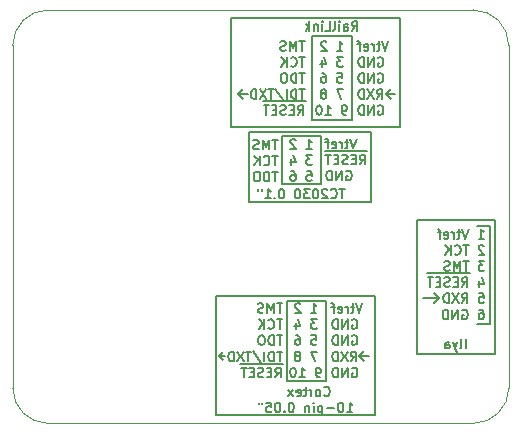
<source format=gbr>
G04 #@! TF.GenerationSoftware,KiCad,Pcbnew,5.1.4+dfsg1-1*
G04 #@! TF.CreationDate,2020-04-28T18:32:34+04:00*
G04 #@! TF.ProjectId,RailLink_Adapter,5261696c-4c69-46e6-9b5f-416461707465,rev?*
G04 #@! TF.SameCoordinates,Original*
G04 #@! TF.FileFunction,Legend,Bot*
G04 #@! TF.FilePolarity,Positive*
%FSLAX46Y46*%
G04 Gerber Fmt 4.6, Leading zero omitted, Abs format (unit mm)*
G04 Created by KiCad (PCBNEW 5.1.4+dfsg1-1) date 2020-04-28 18:32:34*
%MOMM*%
%LPD*%
G04 APERTURE LIST*
%ADD10C,0.160000*%
%ADD11C,0.050000*%
%ADD12O,1.802000X1.802000*%
%ADD13R,1.802000X1.802000*%
%ADD14O,2.052000X1.802000*%
%ADD15C,0.100000*%
%ADD16C,1.802000*%
%ADD17O,1.829200X1.829200*%
%ADD18R,1.829200X1.829200*%
G04 APERTURE END LIST*
D10*
X127500000Y-84300000D02*
X127800000Y-84600000D01*
X127500000Y-84300000D02*
X127800000Y-84000000D01*
X128000000Y-84300000D02*
X127500000Y-84300000D01*
X128500000Y-64900000D02*
X128500000Y-55700000D01*
X142800000Y-64900000D02*
X128500000Y-64900000D01*
X142800000Y-55700000D02*
X142800000Y-64900000D01*
X128500000Y-55700000D02*
X142800000Y-55700000D01*
X129900000Y-62100000D02*
X129100000Y-62100000D01*
X129100000Y-62100000D02*
X129500000Y-61700000D01*
X129100000Y-62100000D02*
X129500000Y-62500000D01*
X141600000Y-62100000D02*
X142000000Y-62500000D01*
X141600000Y-62100000D02*
X142000000Y-61700000D01*
X141600000Y-62100000D02*
X142400000Y-62100000D01*
X138714285Y-56761904D02*
X138980952Y-56380952D01*
X139171428Y-56761904D02*
X139171428Y-55961904D01*
X138866666Y-55961904D01*
X138790476Y-56000000D01*
X138752380Y-56038095D01*
X138714285Y-56114285D01*
X138714285Y-56228571D01*
X138752380Y-56304761D01*
X138790476Y-56342857D01*
X138866666Y-56380952D01*
X139171428Y-56380952D01*
X138028571Y-56761904D02*
X138028571Y-56342857D01*
X138066666Y-56266666D01*
X138142857Y-56228571D01*
X138295238Y-56228571D01*
X138371428Y-56266666D01*
X138028571Y-56723809D02*
X138104761Y-56761904D01*
X138295238Y-56761904D01*
X138371428Y-56723809D01*
X138409523Y-56647619D01*
X138409523Y-56571428D01*
X138371428Y-56495238D01*
X138295238Y-56457142D01*
X138104761Y-56457142D01*
X138028571Y-56419047D01*
X137647619Y-56761904D02*
X137647619Y-56228571D01*
X137647619Y-55961904D02*
X137685714Y-56000000D01*
X137647619Y-56038095D01*
X137609523Y-56000000D01*
X137647619Y-55961904D01*
X137647619Y-56038095D01*
X137152380Y-56761904D02*
X137228571Y-56723809D01*
X137266666Y-56647619D01*
X137266666Y-55961904D01*
X136466666Y-56761904D02*
X136847619Y-56761904D01*
X136847619Y-55961904D01*
X136200000Y-56761904D02*
X136200000Y-56228571D01*
X136200000Y-55961904D02*
X136238095Y-56000000D01*
X136200000Y-56038095D01*
X136161904Y-56000000D01*
X136200000Y-55961904D01*
X136200000Y-56038095D01*
X135819047Y-56228571D02*
X135819047Y-56761904D01*
X135819047Y-56304761D02*
X135780952Y-56266666D01*
X135704761Y-56228571D01*
X135590476Y-56228571D01*
X135514285Y-56266666D01*
X135476190Y-56342857D01*
X135476190Y-56761904D01*
X135095238Y-56761904D02*
X135095238Y-55961904D01*
X135019047Y-56457142D02*
X134790476Y-56761904D01*
X134790476Y-56228571D02*
X135095238Y-56533333D01*
X135300000Y-64300000D02*
X135300000Y-57200000D01*
X138700000Y-64300000D02*
X135300000Y-64300000D01*
X138700000Y-57200000D02*
X138700000Y-64300000D01*
X135300000Y-57200000D02*
X138700000Y-57200000D01*
X134719809Y-57641904D02*
X134262666Y-57641904D01*
X134491238Y-58441904D02*
X134491238Y-57641904D01*
X133996000Y-58441904D02*
X133996000Y-57641904D01*
X133729333Y-58213333D01*
X133462666Y-57641904D01*
X133462666Y-58441904D01*
X133119809Y-58403809D02*
X133005523Y-58441904D01*
X132815047Y-58441904D01*
X132738857Y-58403809D01*
X132700761Y-58365714D01*
X132662666Y-58289523D01*
X132662666Y-58213333D01*
X132700761Y-58137142D01*
X132738857Y-58099047D01*
X132815047Y-58060952D01*
X132967428Y-58022857D01*
X133043619Y-57984761D01*
X133081714Y-57946666D01*
X133119809Y-57870476D01*
X133119809Y-57794285D01*
X133081714Y-57718095D01*
X133043619Y-57680000D01*
X132967428Y-57641904D01*
X132776952Y-57641904D01*
X132662666Y-57680000D01*
X134719809Y-59001904D02*
X134262666Y-59001904D01*
X134491238Y-59801904D02*
X134491238Y-59001904D01*
X133538857Y-59725714D02*
X133576952Y-59763809D01*
X133691238Y-59801904D01*
X133767428Y-59801904D01*
X133881714Y-59763809D01*
X133957904Y-59687619D01*
X133996000Y-59611428D01*
X134034095Y-59459047D01*
X134034095Y-59344761D01*
X133996000Y-59192380D01*
X133957904Y-59116190D01*
X133881714Y-59040000D01*
X133767428Y-59001904D01*
X133691238Y-59001904D01*
X133576952Y-59040000D01*
X133538857Y-59078095D01*
X133196000Y-59801904D02*
X133196000Y-59001904D01*
X132738857Y-59801904D02*
X133081714Y-59344761D01*
X132738857Y-59001904D02*
X133196000Y-59459047D01*
X134719809Y-60361904D02*
X134262666Y-60361904D01*
X134491238Y-61161904D02*
X134491238Y-60361904D01*
X133996000Y-61161904D02*
X133996000Y-60361904D01*
X133805523Y-60361904D01*
X133691238Y-60400000D01*
X133615047Y-60476190D01*
X133576952Y-60552380D01*
X133538857Y-60704761D01*
X133538857Y-60819047D01*
X133576952Y-60971428D01*
X133615047Y-61047619D01*
X133691238Y-61123809D01*
X133805523Y-61161904D01*
X133996000Y-61161904D01*
X133043619Y-60361904D02*
X132891238Y-60361904D01*
X132815047Y-60400000D01*
X132738857Y-60476190D01*
X132700761Y-60628571D01*
X132700761Y-60895238D01*
X132738857Y-61047619D01*
X132815047Y-61123809D01*
X132891238Y-61161904D01*
X133043619Y-61161904D01*
X133119809Y-61123809D01*
X133196000Y-61047619D01*
X133234095Y-60895238D01*
X133234095Y-60628571D01*
X133196000Y-60476190D01*
X133119809Y-60400000D01*
X133043619Y-60361904D01*
X134719809Y-61721904D02*
X134262666Y-61721904D01*
X134491238Y-62521904D02*
X134491238Y-61721904D01*
X133996000Y-62521904D02*
X133996000Y-61721904D01*
X133805523Y-61721904D01*
X133691238Y-61760000D01*
X133615047Y-61836190D01*
X133576952Y-61912380D01*
X133538857Y-62064761D01*
X133538857Y-62179047D01*
X133576952Y-62331428D01*
X133615047Y-62407619D01*
X133691238Y-62483809D01*
X133805523Y-62521904D01*
X133996000Y-62521904D01*
X133196000Y-62521904D02*
X133196000Y-61721904D01*
X132243619Y-61683809D02*
X132929333Y-62712380D01*
X132091238Y-61721904D02*
X131634095Y-61721904D01*
X131862666Y-62521904D02*
X131862666Y-61721904D01*
X131443619Y-61721904D02*
X130910285Y-62521904D01*
X130910285Y-61721904D02*
X131443619Y-62521904D01*
X130605523Y-62521904D02*
X130605523Y-61721904D01*
X130415047Y-61721904D01*
X130300761Y-61760000D01*
X130224571Y-61836190D01*
X130186476Y-61912380D01*
X130148380Y-62064761D01*
X130148380Y-62179047D01*
X130186476Y-62331428D01*
X130224571Y-62407619D01*
X130300761Y-62483809D01*
X130415047Y-62521904D01*
X130605523Y-62521904D01*
X134796000Y-62736000D02*
X133996000Y-62736000D01*
X134148380Y-63881904D02*
X134415047Y-63500952D01*
X134605523Y-63881904D02*
X134605523Y-63081904D01*
X134300761Y-63081904D01*
X134224571Y-63120000D01*
X134186476Y-63158095D01*
X134148380Y-63234285D01*
X134148380Y-63348571D01*
X134186476Y-63424761D01*
X134224571Y-63462857D01*
X134300761Y-63500952D01*
X134605523Y-63500952D01*
X133996000Y-62736000D02*
X133272190Y-62736000D01*
X133805523Y-63462857D02*
X133538857Y-63462857D01*
X133424571Y-63881904D02*
X133805523Y-63881904D01*
X133805523Y-63081904D01*
X133424571Y-63081904D01*
X133272190Y-62736000D02*
X132510285Y-62736000D01*
X133119809Y-63843809D02*
X133005523Y-63881904D01*
X132815047Y-63881904D01*
X132738857Y-63843809D01*
X132700761Y-63805714D01*
X132662666Y-63729523D01*
X132662666Y-63653333D01*
X132700761Y-63577142D01*
X132738857Y-63539047D01*
X132815047Y-63500952D01*
X132967428Y-63462857D01*
X133043619Y-63424761D01*
X133081714Y-63386666D01*
X133119809Y-63310476D01*
X133119809Y-63234285D01*
X133081714Y-63158095D01*
X133043619Y-63120000D01*
X132967428Y-63081904D01*
X132776952Y-63081904D01*
X132662666Y-63120000D01*
X132510285Y-62736000D02*
X131786476Y-62736000D01*
X132319809Y-63462857D02*
X132053142Y-63462857D01*
X131938857Y-63881904D02*
X132319809Y-63881904D01*
X132319809Y-63081904D01*
X131938857Y-63081904D01*
X131786476Y-62736000D02*
X131176952Y-62736000D01*
X131710285Y-63081904D02*
X131253142Y-63081904D01*
X131481714Y-63881904D02*
X131481714Y-63081904D01*
X141808761Y-57641904D02*
X141542095Y-58441904D01*
X141275428Y-57641904D01*
X141123047Y-57908571D02*
X140818285Y-57908571D01*
X141008761Y-57641904D02*
X141008761Y-58327619D01*
X140970666Y-58403809D01*
X140894476Y-58441904D01*
X140818285Y-58441904D01*
X140551619Y-58441904D02*
X140551619Y-57908571D01*
X140551619Y-58060952D02*
X140513523Y-57984761D01*
X140475428Y-57946666D01*
X140399238Y-57908571D01*
X140323047Y-57908571D01*
X139751619Y-58403809D02*
X139827809Y-58441904D01*
X139980190Y-58441904D01*
X140056380Y-58403809D01*
X140094476Y-58327619D01*
X140094476Y-58022857D01*
X140056380Y-57946666D01*
X139980190Y-57908571D01*
X139827809Y-57908571D01*
X139751619Y-57946666D01*
X139713523Y-58022857D01*
X139713523Y-58099047D01*
X140094476Y-58175238D01*
X139484952Y-57908571D02*
X139180190Y-57908571D01*
X139370666Y-58441904D02*
X139370666Y-57756190D01*
X139332571Y-57680000D01*
X139256380Y-57641904D01*
X139180190Y-57641904D01*
X140932571Y-59040000D02*
X141008761Y-59001904D01*
X141123047Y-59001904D01*
X141237333Y-59040000D01*
X141313523Y-59116190D01*
X141351619Y-59192380D01*
X141389714Y-59344761D01*
X141389714Y-59459047D01*
X141351619Y-59611428D01*
X141313523Y-59687619D01*
X141237333Y-59763809D01*
X141123047Y-59801904D01*
X141046857Y-59801904D01*
X140932571Y-59763809D01*
X140894476Y-59725714D01*
X140894476Y-59459047D01*
X141046857Y-59459047D01*
X140551619Y-59801904D02*
X140551619Y-59001904D01*
X140094476Y-59801904D01*
X140094476Y-59001904D01*
X139713523Y-59801904D02*
X139713523Y-59001904D01*
X139523047Y-59001904D01*
X139408761Y-59040000D01*
X139332571Y-59116190D01*
X139294476Y-59192380D01*
X139256380Y-59344761D01*
X139256380Y-59459047D01*
X139294476Y-59611428D01*
X139332571Y-59687619D01*
X139408761Y-59763809D01*
X139523047Y-59801904D01*
X139713523Y-59801904D01*
X140932571Y-60400000D02*
X141008761Y-60361904D01*
X141123047Y-60361904D01*
X141237333Y-60400000D01*
X141313523Y-60476190D01*
X141351619Y-60552380D01*
X141389714Y-60704761D01*
X141389714Y-60819047D01*
X141351619Y-60971428D01*
X141313523Y-61047619D01*
X141237333Y-61123809D01*
X141123047Y-61161904D01*
X141046857Y-61161904D01*
X140932571Y-61123809D01*
X140894476Y-61085714D01*
X140894476Y-60819047D01*
X141046857Y-60819047D01*
X140551619Y-61161904D02*
X140551619Y-60361904D01*
X140094476Y-61161904D01*
X140094476Y-60361904D01*
X139713523Y-61161904D02*
X139713523Y-60361904D01*
X139523047Y-60361904D01*
X139408761Y-60400000D01*
X139332571Y-60476190D01*
X139294476Y-60552380D01*
X139256380Y-60704761D01*
X139256380Y-60819047D01*
X139294476Y-60971428D01*
X139332571Y-61047619D01*
X139408761Y-61123809D01*
X139523047Y-61161904D01*
X139713523Y-61161904D01*
X140818285Y-62521904D02*
X141084952Y-62140952D01*
X141275428Y-62521904D02*
X141275428Y-61721904D01*
X140970666Y-61721904D01*
X140894476Y-61760000D01*
X140856380Y-61798095D01*
X140818285Y-61874285D01*
X140818285Y-61988571D01*
X140856380Y-62064761D01*
X140894476Y-62102857D01*
X140970666Y-62140952D01*
X141275428Y-62140952D01*
X140551619Y-61721904D02*
X140018285Y-62521904D01*
X140018285Y-61721904D02*
X140551619Y-62521904D01*
X139713523Y-62521904D02*
X139713523Y-61721904D01*
X139523047Y-61721904D01*
X139408761Y-61760000D01*
X139332571Y-61836190D01*
X139294476Y-61912380D01*
X139256380Y-62064761D01*
X139256380Y-62179047D01*
X139294476Y-62331428D01*
X139332571Y-62407619D01*
X139408761Y-62483809D01*
X139523047Y-62521904D01*
X139713523Y-62521904D01*
X140932571Y-63120000D02*
X141008761Y-63081904D01*
X141123047Y-63081904D01*
X141237333Y-63120000D01*
X141313523Y-63196190D01*
X141351619Y-63272380D01*
X141389714Y-63424761D01*
X141389714Y-63539047D01*
X141351619Y-63691428D01*
X141313523Y-63767619D01*
X141237333Y-63843809D01*
X141123047Y-63881904D01*
X141046857Y-63881904D01*
X140932571Y-63843809D01*
X140894476Y-63805714D01*
X140894476Y-63539047D01*
X141046857Y-63539047D01*
X140551619Y-63881904D02*
X140551619Y-63081904D01*
X140094476Y-63881904D01*
X140094476Y-63081904D01*
X139713523Y-63881904D02*
X139713523Y-63081904D01*
X139523047Y-63081904D01*
X139408761Y-63120000D01*
X139332571Y-63196190D01*
X139294476Y-63272380D01*
X139256380Y-63424761D01*
X139256380Y-63539047D01*
X139294476Y-63691428D01*
X139332571Y-63767619D01*
X139408761Y-63843809D01*
X139523047Y-63881904D01*
X139713523Y-63881904D01*
X137457142Y-58441904D02*
X137914285Y-58441904D01*
X137685714Y-58441904D02*
X137685714Y-57641904D01*
X137761904Y-57756190D01*
X137838095Y-57832380D01*
X137914285Y-57870476D01*
X136542857Y-57718095D02*
X136504761Y-57680000D01*
X136428571Y-57641904D01*
X136238095Y-57641904D01*
X136161904Y-57680000D01*
X136123809Y-57718095D01*
X136085714Y-57794285D01*
X136085714Y-57870476D01*
X136123809Y-57984761D01*
X136580952Y-58441904D01*
X136085714Y-58441904D01*
X137952380Y-59001904D02*
X137457142Y-59001904D01*
X137723809Y-59306666D01*
X137609523Y-59306666D01*
X137533333Y-59344761D01*
X137495238Y-59382857D01*
X137457142Y-59459047D01*
X137457142Y-59649523D01*
X137495238Y-59725714D01*
X137533333Y-59763809D01*
X137609523Y-59801904D01*
X137838095Y-59801904D01*
X137914285Y-59763809D01*
X137952380Y-59725714D01*
X136161904Y-59268571D02*
X136161904Y-59801904D01*
X136352380Y-58963809D02*
X136542857Y-59535238D01*
X136047619Y-59535238D01*
X137495238Y-60361904D02*
X137876190Y-60361904D01*
X137914285Y-60742857D01*
X137876190Y-60704761D01*
X137800000Y-60666666D01*
X137609523Y-60666666D01*
X137533333Y-60704761D01*
X137495238Y-60742857D01*
X137457142Y-60819047D01*
X137457142Y-61009523D01*
X137495238Y-61085714D01*
X137533333Y-61123809D01*
X137609523Y-61161904D01*
X137800000Y-61161904D01*
X137876190Y-61123809D01*
X137914285Y-61085714D01*
X136161904Y-60361904D02*
X136314285Y-60361904D01*
X136390476Y-60400000D01*
X136428571Y-60438095D01*
X136504761Y-60552380D01*
X136542857Y-60704761D01*
X136542857Y-61009523D01*
X136504761Y-61085714D01*
X136466666Y-61123809D01*
X136390476Y-61161904D01*
X136238095Y-61161904D01*
X136161904Y-61123809D01*
X136123809Y-61085714D01*
X136085714Y-61009523D01*
X136085714Y-60819047D01*
X136123809Y-60742857D01*
X136161904Y-60704761D01*
X136238095Y-60666666D01*
X136390476Y-60666666D01*
X136466666Y-60704761D01*
X136504761Y-60742857D01*
X136542857Y-60819047D01*
X137952380Y-61721904D02*
X137419047Y-61721904D01*
X137761904Y-62521904D01*
X136390476Y-62064761D02*
X136466666Y-62026666D01*
X136504761Y-61988571D01*
X136542857Y-61912380D01*
X136542857Y-61874285D01*
X136504761Y-61798095D01*
X136466666Y-61760000D01*
X136390476Y-61721904D01*
X136238095Y-61721904D01*
X136161904Y-61760000D01*
X136123809Y-61798095D01*
X136085714Y-61874285D01*
X136085714Y-61912380D01*
X136123809Y-61988571D01*
X136161904Y-62026666D01*
X136238095Y-62064761D01*
X136390476Y-62064761D01*
X136466666Y-62102857D01*
X136504761Y-62140952D01*
X136542857Y-62217142D01*
X136542857Y-62369523D01*
X136504761Y-62445714D01*
X136466666Y-62483809D01*
X136390476Y-62521904D01*
X136238095Y-62521904D01*
X136161904Y-62483809D01*
X136123809Y-62445714D01*
X136085714Y-62369523D01*
X136085714Y-62217142D01*
X136123809Y-62140952D01*
X136161904Y-62102857D01*
X136238095Y-62064761D01*
X138219047Y-63881904D02*
X138066666Y-63881904D01*
X137990476Y-63843809D01*
X137952380Y-63805714D01*
X137876190Y-63691428D01*
X137838095Y-63539047D01*
X137838095Y-63234285D01*
X137876190Y-63158095D01*
X137914285Y-63120000D01*
X137990476Y-63081904D01*
X138142857Y-63081904D01*
X138219047Y-63120000D01*
X138257142Y-63158095D01*
X138295238Y-63234285D01*
X138295238Y-63424761D01*
X138257142Y-63500952D01*
X138219047Y-63539047D01*
X138142857Y-63577142D01*
X137990476Y-63577142D01*
X137914285Y-63539047D01*
X137876190Y-63500952D01*
X137838095Y-63424761D01*
X136466666Y-63881904D02*
X136923809Y-63881904D01*
X136695238Y-63881904D02*
X136695238Y-63081904D01*
X136771428Y-63196190D01*
X136847619Y-63272380D01*
X136923809Y-63310476D01*
X135971428Y-63081904D02*
X135895238Y-63081904D01*
X135819047Y-63120000D01*
X135780952Y-63158095D01*
X135742857Y-63234285D01*
X135704761Y-63386666D01*
X135704761Y-63577142D01*
X135742857Y-63729523D01*
X135780952Y-63805714D01*
X135819047Y-63843809D01*
X135895238Y-63881904D01*
X135971428Y-63881904D01*
X136047619Y-63843809D01*
X136085714Y-63805714D01*
X136123809Y-63729523D01*
X136161904Y-63577142D01*
X136161904Y-63386666D01*
X136123809Y-63234285D01*
X136085714Y-63158095D01*
X136047619Y-63120000D01*
X135971428Y-63081904D01*
X130000000Y-71300000D02*
X130000000Y-65300000D01*
X132419809Y-66001904D02*
X131962666Y-66001904D01*
X132191238Y-66801904D02*
X132191238Y-66001904D01*
X131696000Y-66801904D02*
X131696000Y-66001904D01*
X131429333Y-66573333D01*
X131162666Y-66001904D01*
X131162666Y-66801904D01*
X130819809Y-66763809D02*
X130705523Y-66801904D01*
X130515047Y-66801904D01*
X130438857Y-66763809D01*
X130400761Y-66725714D01*
X130362666Y-66649523D01*
X130362666Y-66573333D01*
X130400761Y-66497142D01*
X130438857Y-66459047D01*
X130515047Y-66420952D01*
X130667428Y-66382857D01*
X130743619Y-66344761D01*
X130781714Y-66306666D01*
X130819809Y-66230476D01*
X130819809Y-66154285D01*
X130781714Y-66078095D01*
X130743619Y-66040000D01*
X130667428Y-66001904D01*
X130476952Y-66001904D01*
X130362666Y-66040000D01*
X132419809Y-67361904D02*
X131962666Y-67361904D01*
X132191238Y-68161904D02*
X132191238Y-67361904D01*
X131238857Y-68085714D02*
X131276952Y-68123809D01*
X131391238Y-68161904D01*
X131467428Y-68161904D01*
X131581714Y-68123809D01*
X131657904Y-68047619D01*
X131696000Y-67971428D01*
X131734095Y-67819047D01*
X131734095Y-67704761D01*
X131696000Y-67552380D01*
X131657904Y-67476190D01*
X131581714Y-67400000D01*
X131467428Y-67361904D01*
X131391238Y-67361904D01*
X131276952Y-67400000D01*
X131238857Y-67438095D01*
X130896000Y-68161904D02*
X130896000Y-67361904D01*
X130438857Y-68161904D02*
X130781714Y-67704761D01*
X130438857Y-67361904D02*
X130896000Y-67819047D01*
X132419809Y-68721904D02*
X131962666Y-68721904D01*
X132191238Y-69521904D02*
X132191238Y-68721904D01*
X131696000Y-69521904D02*
X131696000Y-68721904D01*
X131505523Y-68721904D01*
X131391238Y-68760000D01*
X131315047Y-68836190D01*
X131276952Y-68912380D01*
X131238857Y-69064761D01*
X131238857Y-69179047D01*
X131276952Y-69331428D01*
X131315047Y-69407619D01*
X131391238Y-69483809D01*
X131505523Y-69521904D01*
X131696000Y-69521904D01*
X130743619Y-68721904D02*
X130591238Y-68721904D01*
X130515047Y-68760000D01*
X130438857Y-68836190D01*
X130400761Y-68988571D01*
X130400761Y-69255238D01*
X130438857Y-69407619D01*
X130515047Y-69483809D01*
X130591238Y-69521904D01*
X130743619Y-69521904D01*
X130819809Y-69483809D01*
X130896000Y-69407619D01*
X130934095Y-69255238D01*
X130934095Y-68988571D01*
X130896000Y-68836190D01*
X130819809Y-68760000D01*
X130743619Y-68721904D01*
X132800000Y-69750000D02*
X136100000Y-69750000D01*
X139108761Y-65901904D02*
X138842095Y-66701904D01*
X138575428Y-65901904D01*
X138423047Y-66168571D02*
X138118285Y-66168571D01*
X138308761Y-65901904D02*
X138308761Y-66587619D01*
X138270666Y-66663809D01*
X138194476Y-66701904D01*
X138118285Y-66701904D01*
X137851619Y-66701904D02*
X137851619Y-66168571D01*
X137851619Y-66320952D02*
X137813523Y-66244761D01*
X137775428Y-66206666D01*
X137699238Y-66168571D01*
X137623047Y-66168571D01*
X137051619Y-66663809D02*
X137127809Y-66701904D01*
X137280190Y-66701904D01*
X137356380Y-66663809D01*
X137394476Y-66587619D01*
X137394476Y-66282857D01*
X137356380Y-66206666D01*
X137280190Y-66168571D01*
X137127809Y-66168571D01*
X137051619Y-66206666D01*
X137013523Y-66282857D01*
X137013523Y-66359047D01*
X137394476Y-66435238D01*
X136784952Y-66168571D02*
X136480190Y-66168571D01*
X136670666Y-66701904D02*
X136670666Y-66016190D01*
X136632571Y-65940000D01*
X136556380Y-65901904D01*
X136480190Y-65901904D01*
X140023047Y-66916000D02*
X139223047Y-66916000D01*
X139375428Y-68061904D02*
X139642095Y-67680952D01*
X139832571Y-68061904D02*
X139832571Y-67261904D01*
X139527809Y-67261904D01*
X139451619Y-67300000D01*
X139413523Y-67338095D01*
X139375428Y-67414285D01*
X139375428Y-67528571D01*
X139413523Y-67604761D01*
X139451619Y-67642857D01*
X139527809Y-67680952D01*
X139832571Y-67680952D01*
X139223047Y-66916000D02*
X138499238Y-66916000D01*
X139032571Y-67642857D02*
X138765904Y-67642857D01*
X138651619Y-68061904D02*
X139032571Y-68061904D01*
X139032571Y-67261904D01*
X138651619Y-67261904D01*
X138499238Y-66916000D02*
X137737333Y-66916000D01*
X138346857Y-68023809D02*
X138232571Y-68061904D01*
X138042095Y-68061904D01*
X137965904Y-68023809D01*
X137927809Y-67985714D01*
X137889714Y-67909523D01*
X137889714Y-67833333D01*
X137927809Y-67757142D01*
X137965904Y-67719047D01*
X138042095Y-67680952D01*
X138194476Y-67642857D01*
X138270666Y-67604761D01*
X138308761Y-67566666D01*
X138346857Y-67490476D01*
X138346857Y-67414285D01*
X138308761Y-67338095D01*
X138270666Y-67300000D01*
X138194476Y-67261904D01*
X138004000Y-67261904D01*
X137889714Y-67300000D01*
X137737333Y-66916000D02*
X137013523Y-66916000D01*
X137546857Y-67642857D02*
X137280190Y-67642857D01*
X137165904Y-68061904D02*
X137546857Y-68061904D01*
X137546857Y-67261904D01*
X137165904Y-67261904D01*
X137013523Y-66916000D02*
X136404000Y-66916000D01*
X136937333Y-67261904D02*
X136480190Y-67261904D01*
X136708761Y-68061904D02*
X136708761Y-67261904D01*
X138232571Y-68660000D02*
X138308761Y-68621904D01*
X138423047Y-68621904D01*
X138537333Y-68660000D01*
X138613523Y-68736190D01*
X138651619Y-68812380D01*
X138689714Y-68964761D01*
X138689714Y-69079047D01*
X138651619Y-69231428D01*
X138613523Y-69307619D01*
X138537333Y-69383809D01*
X138423047Y-69421904D01*
X138346857Y-69421904D01*
X138232571Y-69383809D01*
X138194476Y-69345714D01*
X138194476Y-69079047D01*
X138346857Y-69079047D01*
X137851619Y-69421904D02*
X137851619Y-68621904D01*
X137394476Y-69421904D01*
X137394476Y-68621904D01*
X137013523Y-69421904D02*
X137013523Y-68621904D01*
X136823047Y-68621904D01*
X136708761Y-68660000D01*
X136632571Y-68736190D01*
X136594476Y-68812380D01*
X136556380Y-68964761D01*
X136556380Y-69079047D01*
X136594476Y-69231428D01*
X136632571Y-69307619D01*
X136708761Y-69383809D01*
X136823047Y-69421904D01*
X137013523Y-69421904D01*
X132800000Y-65700000D02*
X132800000Y-69750000D01*
X134857142Y-66751904D02*
X135314285Y-66751904D01*
X135085714Y-66751904D02*
X135085714Y-65951904D01*
X135161904Y-66066190D01*
X135238095Y-66142380D01*
X135314285Y-66180476D01*
X133942857Y-66028095D02*
X133904761Y-65990000D01*
X133828571Y-65951904D01*
X133638095Y-65951904D01*
X133561904Y-65990000D01*
X133523809Y-66028095D01*
X133485714Y-66104285D01*
X133485714Y-66180476D01*
X133523809Y-66294761D01*
X133980952Y-66751904D01*
X133485714Y-66751904D01*
X135352380Y-67311904D02*
X134857142Y-67311904D01*
X135123809Y-67616666D01*
X135009523Y-67616666D01*
X134933333Y-67654761D01*
X134895238Y-67692857D01*
X134857142Y-67769047D01*
X134857142Y-67959523D01*
X134895238Y-68035714D01*
X134933333Y-68073809D01*
X135009523Y-68111904D01*
X135238095Y-68111904D01*
X135314285Y-68073809D01*
X135352380Y-68035714D01*
X133561904Y-67578571D02*
X133561904Y-68111904D01*
X133752380Y-67273809D02*
X133942857Y-67845238D01*
X133447619Y-67845238D01*
X134895238Y-68671904D02*
X135276190Y-68671904D01*
X135314285Y-69052857D01*
X135276190Y-69014761D01*
X135200000Y-68976666D01*
X135009523Y-68976666D01*
X134933333Y-69014761D01*
X134895238Y-69052857D01*
X134857142Y-69129047D01*
X134857142Y-69319523D01*
X134895238Y-69395714D01*
X134933333Y-69433809D01*
X135009523Y-69471904D01*
X135200000Y-69471904D01*
X135276190Y-69433809D01*
X135314285Y-69395714D01*
X133561904Y-68671904D02*
X133714285Y-68671904D01*
X133790476Y-68710000D01*
X133828571Y-68748095D01*
X133904761Y-68862380D01*
X133942857Y-69014761D01*
X133942857Y-69319523D01*
X133904761Y-69395714D01*
X133866666Y-69433809D01*
X133790476Y-69471904D01*
X133638095Y-69471904D01*
X133561904Y-69433809D01*
X133523809Y-69395714D01*
X133485714Y-69319523D01*
X133485714Y-69129047D01*
X133523809Y-69052857D01*
X133561904Y-69014761D01*
X133638095Y-68976666D01*
X133790476Y-68976666D01*
X133866666Y-69014761D01*
X133904761Y-69052857D01*
X133942857Y-69129047D01*
X136100000Y-65700000D02*
X132800000Y-65700000D01*
X136100000Y-69750000D02*
X136100000Y-65700000D01*
X140300000Y-71300000D02*
X130000000Y-71300000D01*
X130000000Y-65300000D02*
X140300000Y-65300000D01*
X140300000Y-65300000D02*
X140300000Y-71300000D01*
X138114285Y-70161904D02*
X137657142Y-70161904D01*
X137885714Y-70961904D02*
X137885714Y-70161904D01*
X136933333Y-70885714D02*
X136971428Y-70923809D01*
X137085714Y-70961904D01*
X137161904Y-70961904D01*
X137276190Y-70923809D01*
X137352380Y-70847619D01*
X137390476Y-70771428D01*
X137428571Y-70619047D01*
X137428571Y-70504761D01*
X137390476Y-70352380D01*
X137352380Y-70276190D01*
X137276190Y-70200000D01*
X137161904Y-70161904D01*
X137085714Y-70161904D01*
X136971428Y-70200000D01*
X136933333Y-70238095D01*
X136628571Y-70238095D02*
X136590476Y-70200000D01*
X136514285Y-70161904D01*
X136323809Y-70161904D01*
X136247619Y-70200000D01*
X136209523Y-70238095D01*
X136171428Y-70314285D01*
X136171428Y-70390476D01*
X136209523Y-70504761D01*
X136666666Y-70961904D01*
X136171428Y-70961904D01*
X135676190Y-70161904D02*
X135600000Y-70161904D01*
X135523809Y-70200000D01*
X135485714Y-70238095D01*
X135447619Y-70314285D01*
X135409523Y-70466666D01*
X135409523Y-70657142D01*
X135447619Y-70809523D01*
X135485714Y-70885714D01*
X135523809Y-70923809D01*
X135600000Y-70961904D01*
X135676190Y-70961904D01*
X135752380Y-70923809D01*
X135790476Y-70885714D01*
X135828571Y-70809523D01*
X135866666Y-70657142D01*
X135866666Y-70466666D01*
X135828571Y-70314285D01*
X135790476Y-70238095D01*
X135752380Y-70200000D01*
X135676190Y-70161904D01*
X135142857Y-70161904D02*
X134647619Y-70161904D01*
X134914285Y-70466666D01*
X134800000Y-70466666D01*
X134723809Y-70504761D01*
X134685714Y-70542857D01*
X134647619Y-70619047D01*
X134647619Y-70809523D01*
X134685714Y-70885714D01*
X134723809Y-70923809D01*
X134800000Y-70961904D01*
X135028571Y-70961904D01*
X135104761Y-70923809D01*
X135142857Y-70885714D01*
X134152380Y-70161904D02*
X134076190Y-70161904D01*
X134000000Y-70200000D01*
X133961904Y-70238095D01*
X133923809Y-70314285D01*
X133885714Y-70466666D01*
X133885714Y-70657142D01*
X133923809Y-70809523D01*
X133961904Y-70885714D01*
X134000000Y-70923809D01*
X134076190Y-70961904D01*
X134152380Y-70961904D01*
X134228571Y-70923809D01*
X134266666Y-70885714D01*
X134304761Y-70809523D01*
X134342857Y-70657142D01*
X134342857Y-70466666D01*
X134304761Y-70314285D01*
X134266666Y-70238095D01*
X134228571Y-70200000D01*
X134152380Y-70161904D01*
X132780952Y-70161904D02*
X132704761Y-70161904D01*
X132628571Y-70200000D01*
X132590476Y-70238095D01*
X132552380Y-70314285D01*
X132514285Y-70466666D01*
X132514285Y-70657142D01*
X132552380Y-70809523D01*
X132590476Y-70885714D01*
X132628571Y-70923809D01*
X132704761Y-70961904D01*
X132780952Y-70961904D01*
X132857142Y-70923809D01*
X132895238Y-70885714D01*
X132933333Y-70809523D01*
X132971428Y-70657142D01*
X132971428Y-70466666D01*
X132933333Y-70314285D01*
X132895238Y-70238095D01*
X132857142Y-70200000D01*
X132780952Y-70161904D01*
X132171428Y-70885714D02*
X132133333Y-70923809D01*
X132171428Y-70961904D01*
X132209523Y-70923809D01*
X132171428Y-70885714D01*
X132171428Y-70961904D01*
X131371428Y-70961904D02*
X131828571Y-70961904D01*
X131600000Y-70961904D02*
X131600000Y-70161904D01*
X131676190Y-70276190D01*
X131752380Y-70352380D01*
X131828571Y-70390476D01*
X131066666Y-70161904D02*
X131066666Y-70314285D01*
X130761904Y-70161904D02*
X130761904Y-70314285D01*
X139300000Y-84300000D02*
X139700000Y-84700000D01*
X139300000Y-84300000D02*
X139700000Y-83900000D01*
X140200000Y-84300000D02*
X139300000Y-84300000D01*
X140700000Y-89300000D02*
X127200000Y-89300000D01*
X140700000Y-79200000D02*
X140700000Y-89300000D01*
X127200000Y-79200000D02*
X140700000Y-79200000D01*
X127200000Y-89300000D02*
X127200000Y-79200000D01*
X136361904Y-87605714D02*
X136400000Y-87643809D01*
X136514285Y-87681904D01*
X136590476Y-87681904D01*
X136704761Y-87643809D01*
X136780952Y-87567619D01*
X136819047Y-87491428D01*
X136857142Y-87339047D01*
X136857142Y-87224761D01*
X136819047Y-87072380D01*
X136780952Y-86996190D01*
X136704761Y-86920000D01*
X136590476Y-86881904D01*
X136514285Y-86881904D01*
X136400000Y-86920000D01*
X136361904Y-86958095D01*
X135904761Y-87681904D02*
X135980952Y-87643809D01*
X136019047Y-87605714D01*
X136057142Y-87529523D01*
X136057142Y-87300952D01*
X136019047Y-87224761D01*
X135980952Y-87186666D01*
X135904761Y-87148571D01*
X135790476Y-87148571D01*
X135714285Y-87186666D01*
X135676190Y-87224761D01*
X135638095Y-87300952D01*
X135638095Y-87529523D01*
X135676190Y-87605714D01*
X135714285Y-87643809D01*
X135790476Y-87681904D01*
X135904761Y-87681904D01*
X135295238Y-87681904D02*
X135295238Y-87148571D01*
X135295238Y-87300952D02*
X135257142Y-87224761D01*
X135219047Y-87186666D01*
X135142857Y-87148571D01*
X135066666Y-87148571D01*
X134914285Y-87148571D02*
X134609523Y-87148571D01*
X134800000Y-86881904D02*
X134800000Y-87567619D01*
X134761904Y-87643809D01*
X134685714Y-87681904D01*
X134609523Y-87681904D01*
X134038095Y-87643809D02*
X134114285Y-87681904D01*
X134266666Y-87681904D01*
X134342857Y-87643809D01*
X134380952Y-87567619D01*
X134380952Y-87262857D01*
X134342857Y-87186666D01*
X134266666Y-87148571D01*
X134114285Y-87148571D01*
X134038095Y-87186666D01*
X134000000Y-87262857D01*
X134000000Y-87339047D01*
X134380952Y-87415238D01*
X133733333Y-87681904D02*
X133314285Y-87148571D01*
X133733333Y-87148571D02*
X133314285Y-87681904D01*
X138304761Y-89041904D02*
X138761904Y-89041904D01*
X138533333Y-89041904D02*
X138533333Y-88241904D01*
X138609523Y-88356190D01*
X138685714Y-88432380D01*
X138761904Y-88470476D01*
X137809523Y-88241904D02*
X137733333Y-88241904D01*
X137657142Y-88280000D01*
X137619047Y-88318095D01*
X137580952Y-88394285D01*
X137542857Y-88546666D01*
X137542857Y-88737142D01*
X137580952Y-88889523D01*
X137619047Y-88965714D01*
X137657142Y-89003809D01*
X137733333Y-89041904D01*
X137809523Y-89041904D01*
X137885714Y-89003809D01*
X137923809Y-88965714D01*
X137961904Y-88889523D01*
X138000000Y-88737142D01*
X138000000Y-88546666D01*
X137961904Y-88394285D01*
X137923809Y-88318095D01*
X137885714Y-88280000D01*
X137809523Y-88241904D01*
X137200000Y-88737142D02*
X136590476Y-88737142D01*
X136209523Y-88508571D02*
X136209523Y-89308571D01*
X136209523Y-88546666D02*
X136133333Y-88508571D01*
X135980952Y-88508571D01*
X135904761Y-88546666D01*
X135866666Y-88584761D01*
X135828571Y-88660952D01*
X135828571Y-88889523D01*
X135866666Y-88965714D01*
X135904761Y-89003809D01*
X135980952Y-89041904D01*
X136133333Y-89041904D01*
X136209523Y-89003809D01*
X135485714Y-89041904D02*
X135485714Y-88508571D01*
X135485714Y-88241904D02*
X135523809Y-88280000D01*
X135485714Y-88318095D01*
X135447619Y-88280000D01*
X135485714Y-88241904D01*
X135485714Y-88318095D01*
X135104761Y-88508571D02*
X135104761Y-89041904D01*
X135104761Y-88584761D02*
X135066666Y-88546666D01*
X134990476Y-88508571D01*
X134876190Y-88508571D01*
X134800000Y-88546666D01*
X134761904Y-88622857D01*
X134761904Y-89041904D01*
X133619047Y-88241904D02*
X133542857Y-88241904D01*
X133466666Y-88280000D01*
X133428571Y-88318095D01*
X133390476Y-88394285D01*
X133352380Y-88546666D01*
X133352380Y-88737142D01*
X133390476Y-88889523D01*
X133428571Y-88965714D01*
X133466666Y-89003809D01*
X133542857Y-89041904D01*
X133619047Y-89041904D01*
X133695238Y-89003809D01*
X133733333Y-88965714D01*
X133771428Y-88889523D01*
X133809523Y-88737142D01*
X133809523Y-88546666D01*
X133771428Y-88394285D01*
X133733333Y-88318095D01*
X133695238Y-88280000D01*
X133619047Y-88241904D01*
X133009523Y-88965714D02*
X132971428Y-89003809D01*
X133009523Y-89041904D01*
X133047619Y-89003809D01*
X133009523Y-88965714D01*
X133009523Y-89041904D01*
X132476190Y-88241904D02*
X132400000Y-88241904D01*
X132323809Y-88280000D01*
X132285714Y-88318095D01*
X132247619Y-88394285D01*
X132209523Y-88546666D01*
X132209523Y-88737142D01*
X132247619Y-88889523D01*
X132285714Y-88965714D01*
X132323809Y-89003809D01*
X132400000Y-89041904D01*
X132476190Y-89041904D01*
X132552380Y-89003809D01*
X132590476Y-88965714D01*
X132628571Y-88889523D01*
X132666666Y-88737142D01*
X132666666Y-88546666D01*
X132628571Y-88394285D01*
X132590476Y-88318095D01*
X132552380Y-88280000D01*
X132476190Y-88241904D01*
X131485714Y-88241904D02*
X131866666Y-88241904D01*
X131904761Y-88622857D01*
X131866666Y-88584761D01*
X131790476Y-88546666D01*
X131600000Y-88546666D01*
X131523809Y-88584761D01*
X131485714Y-88622857D01*
X131447619Y-88699047D01*
X131447619Y-88889523D01*
X131485714Y-88965714D01*
X131523809Y-89003809D01*
X131600000Y-89041904D01*
X131790476Y-89041904D01*
X131866666Y-89003809D01*
X131904761Y-88965714D01*
X131142857Y-88241904D02*
X131142857Y-88394285D01*
X130838095Y-88241904D02*
X130838095Y-88394285D01*
X132819809Y-79841904D02*
X132362666Y-79841904D01*
X132591238Y-80641904D02*
X132591238Y-79841904D01*
X132096000Y-80641904D02*
X132096000Y-79841904D01*
X131829333Y-80413333D01*
X131562666Y-79841904D01*
X131562666Y-80641904D01*
X131219809Y-80603809D02*
X131105523Y-80641904D01*
X130915047Y-80641904D01*
X130838857Y-80603809D01*
X130800761Y-80565714D01*
X130762666Y-80489523D01*
X130762666Y-80413333D01*
X130800761Y-80337142D01*
X130838857Y-80299047D01*
X130915047Y-80260952D01*
X131067428Y-80222857D01*
X131143619Y-80184761D01*
X131181714Y-80146666D01*
X131219809Y-80070476D01*
X131219809Y-79994285D01*
X131181714Y-79918095D01*
X131143619Y-79880000D01*
X131067428Y-79841904D01*
X130876952Y-79841904D01*
X130762666Y-79880000D01*
X132819809Y-81201904D02*
X132362666Y-81201904D01*
X132591238Y-82001904D02*
X132591238Y-81201904D01*
X131638857Y-81925714D02*
X131676952Y-81963809D01*
X131791238Y-82001904D01*
X131867428Y-82001904D01*
X131981714Y-81963809D01*
X132057904Y-81887619D01*
X132096000Y-81811428D01*
X132134095Y-81659047D01*
X132134095Y-81544761D01*
X132096000Y-81392380D01*
X132057904Y-81316190D01*
X131981714Y-81240000D01*
X131867428Y-81201904D01*
X131791238Y-81201904D01*
X131676952Y-81240000D01*
X131638857Y-81278095D01*
X131296000Y-82001904D02*
X131296000Y-81201904D01*
X130838857Y-82001904D02*
X131181714Y-81544761D01*
X130838857Y-81201904D02*
X131296000Y-81659047D01*
X132819809Y-82561904D02*
X132362666Y-82561904D01*
X132591238Y-83361904D02*
X132591238Y-82561904D01*
X132096000Y-83361904D02*
X132096000Y-82561904D01*
X131905523Y-82561904D01*
X131791238Y-82600000D01*
X131715047Y-82676190D01*
X131676952Y-82752380D01*
X131638857Y-82904761D01*
X131638857Y-83019047D01*
X131676952Y-83171428D01*
X131715047Y-83247619D01*
X131791238Y-83323809D01*
X131905523Y-83361904D01*
X132096000Y-83361904D01*
X131143619Y-82561904D02*
X130991238Y-82561904D01*
X130915047Y-82600000D01*
X130838857Y-82676190D01*
X130800761Y-82828571D01*
X130800761Y-83095238D01*
X130838857Y-83247619D01*
X130915047Y-83323809D01*
X130991238Y-83361904D01*
X131143619Y-83361904D01*
X131219809Y-83323809D01*
X131296000Y-83247619D01*
X131334095Y-83095238D01*
X131334095Y-82828571D01*
X131296000Y-82676190D01*
X131219809Y-82600000D01*
X131143619Y-82561904D01*
X132819809Y-83921904D02*
X132362666Y-83921904D01*
X132591238Y-84721904D02*
X132591238Y-83921904D01*
X132096000Y-84721904D02*
X132096000Y-83921904D01*
X131905523Y-83921904D01*
X131791238Y-83960000D01*
X131715047Y-84036190D01*
X131676952Y-84112380D01*
X131638857Y-84264761D01*
X131638857Y-84379047D01*
X131676952Y-84531428D01*
X131715047Y-84607619D01*
X131791238Y-84683809D01*
X131905523Y-84721904D01*
X132096000Y-84721904D01*
X131296000Y-84721904D02*
X131296000Y-83921904D01*
X130343619Y-83883809D02*
X131029333Y-84912380D01*
X130191238Y-83921904D02*
X129734095Y-83921904D01*
X129962666Y-84721904D02*
X129962666Y-83921904D01*
X129543619Y-83921904D02*
X129010285Y-84721904D01*
X129010285Y-83921904D02*
X129543619Y-84721904D01*
X128705523Y-84721904D02*
X128705523Y-83921904D01*
X128515047Y-83921904D01*
X128400761Y-83960000D01*
X128324571Y-84036190D01*
X128286476Y-84112380D01*
X128248380Y-84264761D01*
X128248380Y-84379047D01*
X128286476Y-84531428D01*
X128324571Y-84607619D01*
X128400761Y-84683809D01*
X128515047Y-84721904D01*
X128705523Y-84721904D01*
X132896000Y-84936000D02*
X132096000Y-84936000D01*
X132248380Y-86081904D02*
X132515047Y-85700952D01*
X132705523Y-86081904D02*
X132705523Y-85281904D01*
X132400761Y-85281904D01*
X132324571Y-85320000D01*
X132286476Y-85358095D01*
X132248380Y-85434285D01*
X132248380Y-85548571D01*
X132286476Y-85624761D01*
X132324571Y-85662857D01*
X132400761Y-85700952D01*
X132705523Y-85700952D01*
X132096000Y-84936000D02*
X131372190Y-84936000D01*
X131905523Y-85662857D02*
X131638857Y-85662857D01*
X131524571Y-86081904D02*
X131905523Y-86081904D01*
X131905523Y-85281904D01*
X131524571Y-85281904D01*
X131372190Y-84936000D02*
X130610285Y-84936000D01*
X131219809Y-86043809D02*
X131105523Y-86081904D01*
X130915047Y-86081904D01*
X130838857Y-86043809D01*
X130800761Y-86005714D01*
X130762666Y-85929523D01*
X130762666Y-85853333D01*
X130800761Y-85777142D01*
X130838857Y-85739047D01*
X130915047Y-85700952D01*
X131067428Y-85662857D01*
X131143619Y-85624761D01*
X131181714Y-85586666D01*
X131219809Y-85510476D01*
X131219809Y-85434285D01*
X131181714Y-85358095D01*
X131143619Y-85320000D01*
X131067428Y-85281904D01*
X130876952Y-85281904D01*
X130762666Y-85320000D01*
X130610285Y-84936000D02*
X129886476Y-84936000D01*
X130419809Y-85662857D02*
X130153142Y-85662857D01*
X130038857Y-86081904D02*
X130419809Y-86081904D01*
X130419809Y-85281904D01*
X130038857Y-85281904D01*
X129886476Y-84936000D02*
X129276952Y-84936000D01*
X129810285Y-85281904D02*
X129353142Y-85281904D01*
X129581714Y-86081904D02*
X129581714Y-85281904D01*
X139608761Y-79841904D02*
X139342095Y-80641904D01*
X139075428Y-79841904D01*
X138923047Y-80108571D02*
X138618285Y-80108571D01*
X138808761Y-79841904D02*
X138808761Y-80527619D01*
X138770666Y-80603809D01*
X138694476Y-80641904D01*
X138618285Y-80641904D01*
X138351619Y-80641904D02*
X138351619Y-80108571D01*
X138351619Y-80260952D02*
X138313523Y-80184761D01*
X138275428Y-80146666D01*
X138199238Y-80108571D01*
X138123047Y-80108571D01*
X137551619Y-80603809D02*
X137627809Y-80641904D01*
X137780190Y-80641904D01*
X137856380Y-80603809D01*
X137894476Y-80527619D01*
X137894476Y-80222857D01*
X137856380Y-80146666D01*
X137780190Y-80108571D01*
X137627809Y-80108571D01*
X137551619Y-80146666D01*
X137513523Y-80222857D01*
X137513523Y-80299047D01*
X137894476Y-80375238D01*
X137284952Y-80108571D02*
X136980190Y-80108571D01*
X137170666Y-80641904D02*
X137170666Y-79956190D01*
X137132571Y-79880000D01*
X137056380Y-79841904D01*
X136980190Y-79841904D01*
X138732571Y-81240000D02*
X138808761Y-81201904D01*
X138923047Y-81201904D01*
X139037333Y-81240000D01*
X139113523Y-81316190D01*
X139151619Y-81392380D01*
X139189714Y-81544761D01*
X139189714Y-81659047D01*
X139151619Y-81811428D01*
X139113523Y-81887619D01*
X139037333Y-81963809D01*
X138923047Y-82001904D01*
X138846857Y-82001904D01*
X138732571Y-81963809D01*
X138694476Y-81925714D01*
X138694476Y-81659047D01*
X138846857Y-81659047D01*
X138351619Y-82001904D02*
X138351619Y-81201904D01*
X137894476Y-82001904D01*
X137894476Y-81201904D01*
X137513523Y-82001904D02*
X137513523Y-81201904D01*
X137323047Y-81201904D01*
X137208761Y-81240000D01*
X137132571Y-81316190D01*
X137094476Y-81392380D01*
X137056380Y-81544761D01*
X137056380Y-81659047D01*
X137094476Y-81811428D01*
X137132571Y-81887619D01*
X137208761Y-81963809D01*
X137323047Y-82001904D01*
X137513523Y-82001904D01*
X138732571Y-82600000D02*
X138808761Y-82561904D01*
X138923047Y-82561904D01*
X139037333Y-82600000D01*
X139113523Y-82676190D01*
X139151619Y-82752380D01*
X139189714Y-82904761D01*
X139189714Y-83019047D01*
X139151619Y-83171428D01*
X139113523Y-83247619D01*
X139037333Y-83323809D01*
X138923047Y-83361904D01*
X138846857Y-83361904D01*
X138732571Y-83323809D01*
X138694476Y-83285714D01*
X138694476Y-83019047D01*
X138846857Y-83019047D01*
X138351619Y-83361904D02*
X138351619Y-82561904D01*
X137894476Y-83361904D01*
X137894476Y-82561904D01*
X137513523Y-83361904D02*
X137513523Y-82561904D01*
X137323047Y-82561904D01*
X137208761Y-82600000D01*
X137132571Y-82676190D01*
X137094476Y-82752380D01*
X137056380Y-82904761D01*
X137056380Y-83019047D01*
X137094476Y-83171428D01*
X137132571Y-83247619D01*
X137208761Y-83323809D01*
X137323047Y-83361904D01*
X137513523Y-83361904D01*
X138618285Y-84721904D02*
X138884952Y-84340952D01*
X139075428Y-84721904D02*
X139075428Y-83921904D01*
X138770666Y-83921904D01*
X138694476Y-83960000D01*
X138656380Y-83998095D01*
X138618285Y-84074285D01*
X138618285Y-84188571D01*
X138656380Y-84264761D01*
X138694476Y-84302857D01*
X138770666Y-84340952D01*
X139075428Y-84340952D01*
X138351619Y-83921904D02*
X137818285Y-84721904D01*
X137818285Y-83921904D02*
X138351619Y-84721904D01*
X137513523Y-84721904D02*
X137513523Y-83921904D01*
X137323047Y-83921904D01*
X137208761Y-83960000D01*
X137132571Y-84036190D01*
X137094476Y-84112380D01*
X137056380Y-84264761D01*
X137056380Y-84379047D01*
X137094476Y-84531428D01*
X137132571Y-84607619D01*
X137208761Y-84683809D01*
X137323047Y-84721904D01*
X137513523Y-84721904D01*
X138732571Y-85320000D02*
X138808761Y-85281904D01*
X138923047Y-85281904D01*
X139037333Y-85320000D01*
X139113523Y-85396190D01*
X139151619Y-85472380D01*
X139189714Y-85624761D01*
X139189714Y-85739047D01*
X139151619Y-85891428D01*
X139113523Y-85967619D01*
X139037333Y-86043809D01*
X138923047Y-86081904D01*
X138846857Y-86081904D01*
X138732571Y-86043809D01*
X138694476Y-86005714D01*
X138694476Y-85739047D01*
X138846857Y-85739047D01*
X138351619Y-86081904D02*
X138351619Y-85281904D01*
X137894476Y-86081904D01*
X137894476Y-85281904D01*
X137513523Y-86081904D02*
X137513523Y-85281904D01*
X137323047Y-85281904D01*
X137208761Y-85320000D01*
X137132571Y-85396190D01*
X137094476Y-85472380D01*
X137056380Y-85624761D01*
X137056380Y-85739047D01*
X137094476Y-85891428D01*
X137132571Y-85967619D01*
X137208761Y-86043809D01*
X137323047Y-86081904D01*
X137513523Y-86081904D01*
X133200000Y-79600000D02*
X133200000Y-86400000D01*
X136500000Y-79600000D02*
X133200000Y-79600000D01*
X136500000Y-86400000D02*
X136500000Y-79600000D01*
X133200000Y-86400000D02*
X136500000Y-86400000D01*
X135257142Y-80641904D02*
X135714285Y-80641904D01*
X135485714Y-80641904D02*
X135485714Y-79841904D01*
X135561904Y-79956190D01*
X135638095Y-80032380D01*
X135714285Y-80070476D01*
X134342857Y-79918095D02*
X134304761Y-79880000D01*
X134228571Y-79841904D01*
X134038095Y-79841904D01*
X133961904Y-79880000D01*
X133923809Y-79918095D01*
X133885714Y-79994285D01*
X133885714Y-80070476D01*
X133923809Y-80184761D01*
X134380952Y-80641904D01*
X133885714Y-80641904D01*
X135752380Y-81201904D02*
X135257142Y-81201904D01*
X135523809Y-81506666D01*
X135409523Y-81506666D01*
X135333333Y-81544761D01*
X135295238Y-81582857D01*
X135257142Y-81659047D01*
X135257142Y-81849523D01*
X135295238Y-81925714D01*
X135333333Y-81963809D01*
X135409523Y-82001904D01*
X135638095Y-82001904D01*
X135714285Y-81963809D01*
X135752380Y-81925714D01*
X133961904Y-81468571D02*
X133961904Y-82001904D01*
X134152380Y-81163809D02*
X134342857Y-81735238D01*
X133847619Y-81735238D01*
X135295238Y-82561904D02*
X135676190Y-82561904D01*
X135714285Y-82942857D01*
X135676190Y-82904761D01*
X135600000Y-82866666D01*
X135409523Y-82866666D01*
X135333333Y-82904761D01*
X135295238Y-82942857D01*
X135257142Y-83019047D01*
X135257142Y-83209523D01*
X135295238Y-83285714D01*
X135333333Y-83323809D01*
X135409523Y-83361904D01*
X135600000Y-83361904D01*
X135676190Y-83323809D01*
X135714285Y-83285714D01*
X133961904Y-82561904D02*
X134114285Y-82561904D01*
X134190476Y-82600000D01*
X134228571Y-82638095D01*
X134304761Y-82752380D01*
X134342857Y-82904761D01*
X134342857Y-83209523D01*
X134304761Y-83285714D01*
X134266666Y-83323809D01*
X134190476Y-83361904D01*
X134038095Y-83361904D01*
X133961904Y-83323809D01*
X133923809Y-83285714D01*
X133885714Y-83209523D01*
X133885714Y-83019047D01*
X133923809Y-82942857D01*
X133961904Y-82904761D01*
X134038095Y-82866666D01*
X134190476Y-82866666D01*
X134266666Y-82904761D01*
X134304761Y-82942857D01*
X134342857Y-83019047D01*
X135752380Y-83921904D02*
X135219047Y-83921904D01*
X135561904Y-84721904D01*
X134190476Y-84264761D02*
X134266666Y-84226666D01*
X134304761Y-84188571D01*
X134342857Y-84112380D01*
X134342857Y-84074285D01*
X134304761Y-83998095D01*
X134266666Y-83960000D01*
X134190476Y-83921904D01*
X134038095Y-83921904D01*
X133961904Y-83960000D01*
X133923809Y-83998095D01*
X133885714Y-84074285D01*
X133885714Y-84112380D01*
X133923809Y-84188571D01*
X133961904Y-84226666D01*
X134038095Y-84264761D01*
X134190476Y-84264761D01*
X134266666Y-84302857D01*
X134304761Y-84340952D01*
X134342857Y-84417142D01*
X134342857Y-84569523D01*
X134304761Y-84645714D01*
X134266666Y-84683809D01*
X134190476Y-84721904D01*
X134038095Y-84721904D01*
X133961904Y-84683809D01*
X133923809Y-84645714D01*
X133885714Y-84569523D01*
X133885714Y-84417142D01*
X133923809Y-84340952D01*
X133961904Y-84302857D01*
X134038095Y-84264761D01*
X136019047Y-86081904D02*
X135866666Y-86081904D01*
X135790476Y-86043809D01*
X135752380Y-86005714D01*
X135676190Y-85891428D01*
X135638095Y-85739047D01*
X135638095Y-85434285D01*
X135676190Y-85358095D01*
X135714285Y-85320000D01*
X135790476Y-85281904D01*
X135942857Y-85281904D01*
X136019047Y-85320000D01*
X136057142Y-85358095D01*
X136095238Y-85434285D01*
X136095238Y-85624761D01*
X136057142Y-85700952D01*
X136019047Y-85739047D01*
X135942857Y-85777142D01*
X135790476Y-85777142D01*
X135714285Y-85739047D01*
X135676190Y-85700952D01*
X135638095Y-85624761D01*
X134266666Y-86081904D02*
X134723809Y-86081904D01*
X134495238Y-86081904D02*
X134495238Y-85281904D01*
X134571428Y-85396190D01*
X134647619Y-85472380D01*
X134723809Y-85510476D01*
X133771428Y-85281904D02*
X133695238Y-85281904D01*
X133619047Y-85320000D01*
X133580952Y-85358095D01*
X133542857Y-85434285D01*
X133504761Y-85586666D01*
X133504761Y-85777142D01*
X133542857Y-85929523D01*
X133580952Y-86005714D01*
X133619047Y-86043809D01*
X133695238Y-86081904D01*
X133771428Y-86081904D01*
X133847619Y-86043809D01*
X133885714Y-86005714D01*
X133923809Y-85929523D01*
X133961904Y-85777142D01*
X133961904Y-85586666D01*
X133923809Y-85434285D01*
X133885714Y-85358095D01*
X133847619Y-85320000D01*
X133771428Y-85281904D01*
X144200000Y-72800000D02*
X144200000Y-84100000D01*
X150800000Y-72800000D02*
X144200000Y-72800000D01*
X150800000Y-84100000D02*
X150800000Y-72800000D01*
X144200000Y-84100000D02*
X150800000Y-84100000D01*
X148376190Y-83661904D02*
X148376190Y-82861904D01*
X147880952Y-83661904D02*
X147957142Y-83623809D01*
X147995238Y-83547619D01*
X147995238Y-82861904D01*
X147652380Y-83128571D02*
X147461904Y-83661904D01*
X147271428Y-83128571D02*
X147461904Y-83661904D01*
X147538095Y-83852380D01*
X147576190Y-83890476D01*
X147652380Y-83928571D01*
X146623809Y-83661904D02*
X146623809Y-83242857D01*
X146661904Y-83166666D01*
X146738095Y-83128571D01*
X146890476Y-83128571D01*
X146966666Y-83166666D01*
X146623809Y-83623809D02*
X146700000Y-83661904D01*
X146890476Y-83661904D01*
X146966666Y-83623809D01*
X147004761Y-83547619D01*
X147004761Y-83471428D01*
X146966666Y-83395238D01*
X146890476Y-83357142D01*
X146700000Y-83357142D01*
X146623809Y-83319047D01*
X145700000Y-79800000D02*
X146100000Y-79400000D01*
X145700000Y-79000000D02*
X146100000Y-79400000D01*
X146100000Y-79400000D02*
X144700000Y-79400000D01*
X149436952Y-74361904D02*
X149894095Y-74361904D01*
X149665523Y-74361904D02*
X149665523Y-73561904D01*
X149741714Y-73676190D01*
X149817904Y-73752380D01*
X149894095Y-73790476D01*
X148598856Y-73561904D02*
X148332190Y-74361904D01*
X148065523Y-73561904D01*
X147913142Y-73828571D02*
X147608380Y-73828571D01*
X147798856Y-73561904D02*
X147798856Y-74247619D01*
X147760761Y-74323809D01*
X147684571Y-74361904D01*
X147608380Y-74361904D01*
X147341714Y-74361904D02*
X147341714Y-73828571D01*
X147341714Y-73980952D02*
X147303618Y-73904761D01*
X147265523Y-73866666D01*
X147189333Y-73828571D01*
X147113142Y-73828571D01*
X146541714Y-74323809D02*
X146617904Y-74361904D01*
X146770285Y-74361904D01*
X146846476Y-74323809D01*
X146884571Y-74247619D01*
X146884571Y-73942857D01*
X146846476Y-73866666D01*
X146770285Y-73828571D01*
X146617904Y-73828571D01*
X146541714Y-73866666D01*
X146503618Y-73942857D01*
X146503618Y-74019047D01*
X146884571Y-74095238D01*
X146275047Y-73828571D02*
X145970285Y-73828571D01*
X146160761Y-74361904D02*
X146160761Y-73676190D01*
X146122666Y-73600000D01*
X146046476Y-73561904D01*
X145970285Y-73561904D01*
X149894095Y-74998095D02*
X149855999Y-74960000D01*
X149779809Y-74921904D01*
X149589333Y-74921904D01*
X149513142Y-74960000D01*
X149475047Y-74998095D01*
X149436952Y-75074285D01*
X149436952Y-75150476D01*
X149475047Y-75264761D01*
X149932190Y-75721904D01*
X149436952Y-75721904D01*
X148598856Y-74921904D02*
X148141714Y-74921904D01*
X148370285Y-75721904D02*
X148370285Y-74921904D01*
X147417904Y-75645714D02*
X147455999Y-75683809D01*
X147570285Y-75721904D01*
X147646476Y-75721904D01*
X147760761Y-75683809D01*
X147836952Y-75607619D01*
X147875047Y-75531428D01*
X147913142Y-75379047D01*
X147913142Y-75264761D01*
X147875047Y-75112380D01*
X147836952Y-75036190D01*
X147760761Y-74960000D01*
X147646476Y-74921904D01*
X147570285Y-74921904D01*
X147455999Y-74960000D01*
X147417904Y-74998095D01*
X147075047Y-75721904D02*
X147075047Y-74921904D01*
X146617904Y-75721904D02*
X146960761Y-75264761D01*
X146617904Y-74921904D02*
X147075047Y-75379047D01*
X149932190Y-76281904D02*
X149436952Y-76281904D01*
X149703618Y-76586666D01*
X149589333Y-76586666D01*
X149513142Y-76624761D01*
X149475047Y-76662857D01*
X149436952Y-76739047D01*
X149436952Y-76929523D01*
X149475047Y-77005714D01*
X149513142Y-77043809D01*
X149589333Y-77081904D01*
X149817904Y-77081904D01*
X149894095Y-77043809D01*
X149932190Y-77005714D01*
X148598856Y-76281904D02*
X148141714Y-76281904D01*
X148370285Y-77081904D02*
X148370285Y-76281904D01*
X147875047Y-77081904D02*
X147875047Y-76281904D01*
X147608380Y-76853333D01*
X147341714Y-76281904D01*
X147341714Y-77081904D01*
X146998856Y-77043809D02*
X146884571Y-77081904D01*
X146694095Y-77081904D01*
X146617904Y-77043809D01*
X146579809Y-77005714D01*
X146541714Y-76929523D01*
X146541714Y-76853333D01*
X146579809Y-76777142D01*
X146617904Y-76739047D01*
X146694095Y-76700952D01*
X146846476Y-76662857D01*
X146922666Y-76624761D01*
X146960761Y-76586666D01*
X146998856Y-76510476D01*
X146998856Y-76434285D01*
X146960761Y-76358095D01*
X146922666Y-76320000D01*
X146846476Y-76281904D01*
X146655999Y-76281904D01*
X146541714Y-76320000D01*
X149513142Y-77908571D02*
X149513142Y-78441904D01*
X149703618Y-77603809D02*
X149894095Y-78175238D01*
X149398856Y-78175238D01*
X148675047Y-77296000D02*
X147875047Y-77296000D01*
X148027428Y-78441904D02*
X148294095Y-78060952D01*
X148484571Y-78441904D02*
X148484571Y-77641904D01*
X148179809Y-77641904D01*
X148103618Y-77680000D01*
X148065523Y-77718095D01*
X148027428Y-77794285D01*
X148027428Y-77908571D01*
X148065523Y-77984761D01*
X148103618Y-78022857D01*
X148179809Y-78060952D01*
X148484571Y-78060952D01*
X147875047Y-77296000D02*
X147151237Y-77296000D01*
X147684571Y-78022857D02*
X147417904Y-78022857D01*
X147303618Y-78441904D02*
X147684571Y-78441904D01*
X147684571Y-77641904D01*
X147303618Y-77641904D01*
X147151237Y-77296000D02*
X146389333Y-77296000D01*
X146998856Y-78403809D02*
X146884571Y-78441904D01*
X146694095Y-78441904D01*
X146617904Y-78403809D01*
X146579809Y-78365714D01*
X146541714Y-78289523D01*
X146541714Y-78213333D01*
X146579809Y-78137142D01*
X146617904Y-78099047D01*
X146694095Y-78060952D01*
X146846476Y-78022857D01*
X146922666Y-77984761D01*
X146960761Y-77946666D01*
X146998856Y-77870476D01*
X146998856Y-77794285D01*
X146960761Y-77718095D01*
X146922666Y-77680000D01*
X146846476Y-77641904D01*
X146655999Y-77641904D01*
X146541714Y-77680000D01*
X146389333Y-77296000D02*
X145665523Y-77296000D01*
X146198856Y-78022857D02*
X145932190Y-78022857D01*
X145817904Y-78441904D02*
X146198856Y-78441904D01*
X146198856Y-77641904D01*
X145817904Y-77641904D01*
X145665523Y-77296000D02*
X145055999Y-77296000D01*
X145589333Y-77641904D02*
X145132190Y-77641904D01*
X145360761Y-78441904D02*
X145360761Y-77641904D01*
X149475047Y-79001904D02*
X149855999Y-79001904D01*
X149894095Y-79382857D01*
X149855999Y-79344761D01*
X149779809Y-79306666D01*
X149589333Y-79306666D01*
X149513142Y-79344761D01*
X149475047Y-79382857D01*
X149436952Y-79459047D01*
X149436952Y-79649523D01*
X149475047Y-79725714D01*
X149513142Y-79763809D01*
X149589333Y-79801904D01*
X149779809Y-79801904D01*
X149855999Y-79763809D01*
X149894095Y-79725714D01*
X148027428Y-79801904D02*
X148294095Y-79420952D01*
X148484571Y-79801904D02*
X148484571Y-79001904D01*
X148179809Y-79001904D01*
X148103618Y-79040000D01*
X148065523Y-79078095D01*
X148027428Y-79154285D01*
X148027428Y-79268571D01*
X148065523Y-79344761D01*
X148103618Y-79382857D01*
X148179809Y-79420952D01*
X148484571Y-79420952D01*
X147760761Y-79001904D02*
X147227428Y-79801904D01*
X147227428Y-79001904D02*
X147760761Y-79801904D01*
X146922666Y-79801904D02*
X146922666Y-79001904D01*
X146732190Y-79001904D01*
X146617904Y-79040000D01*
X146541714Y-79116190D01*
X146503618Y-79192380D01*
X146465523Y-79344761D01*
X146465523Y-79459047D01*
X146503618Y-79611428D01*
X146541714Y-79687619D01*
X146617904Y-79763809D01*
X146732190Y-79801904D01*
X146922666Y-79801904D01*
X149513142Y-80361904D02*
X149665523Y-80361904D01*
X149741714Y-80400000D01*
X149779809Y-80438095D01*
X149855999Y-80552380D01*
X149894095Y-80704761D01*
X149894095Y-81009523D01*
X149855999Y-81085714D01*
X149817904Y-81123809D01*
X149741714Y-81161904D01*
X149589333Y-81161904D01*
X149513142Y-81123809D01*
X149475047Y-81085714D01*
X149436952Y-81009523D01*
X149436952Y-80819047D01*
X149475047Y-80742857D01*
X149513142Y-80704761D01*
X149589333Y-80666666D01*
X149741714Y-80666666D01*
X149817904Y-80704761D01*
X149855999Y-80742857D01*
X149894095Y-80819047D01*
X148065523Y-80400000D02*
X148141714Y-80361904D01*
X148255999Y-80361904D01*
X148370285Y-80400000D01*
X148446476Y-80476190D01*
X148484571Y-80552380D01*
X148522666Y-80704761D01*
X148522666Y-80819047D01*
X148484571Y-80971428D01*
X148446476Y-81047619D01*
X148370285Y-81123809D01*
X148255999Y-81161904D01*
X148179809Y-81161904D01*
X148065523Y-81123809D01*
X148027428Y-81085714D01*
X148027428Y-80819047D01*
X148179809Y-80819047D01*
X147684571Y-81161904D02*
X147684571Y-80361904D01*
X147227428Y-81161904D01*
X147227428Y-80361904D01*
X146846476Y-81161904D02*
X146846476Y-80361904D01*
X146655999Y-80361904D01*
X146541714Y-80400000D01*
X146465523Y-80476190D01*
X146427428Y-80552380D01*
X146389333Y-80704761D01*
X146389333Y-80819047D01*
X146427428Y-80971428D01*
X146465523Y-81047619D01*
X146541714Y-81123809D01*
X146655999Y-81161904D01*
X146846476Y-81161904D01*
X150400000Y-73300000D02*
X149300000Y-73300000D01*
X150400000Y-81600000D02*
X150400000Y-73300000D01*
X149300000Y-81600000D02*
X150400000Y-81600000D01*
D11*
X110000000Y-58000000D02*
G75*
G02X113000000Y-55000000I3000000J0D01*
G01*
X113000000Y-90000000D02*
G75*
G02X110000000Y-87000000I0J3000000D01*
G01*
X152000000Y-87000000D02*
G75*
G02X149000000Y-90000000I-3000000J0D01*
G01*
X149000000Y-55000000D02*
G75*
G02X152000000Y-58000000I0J-3000000D01*
G01*
X110000000Y-87000000D02*
X110000000Y-58000000D01*
X149000000Y-90000000D02*
X113000000Y-90000000D01*
X152000000Y-58000000D02*
X152000000Y-87000000D01*
X113000000Y-55000000D02*
X149000000Y-55000000D01*
%LPC*%
D12*
X112400000Y-77560000D03*
X114940000Y-77560000D03*
X112400000Y-75020000D03*
X114940000Y-75020000D03*
X112400000Y-72480000D03*
X114940000Y-72480000D03*
X112400000Y-69940000D03*
X114940000Y-69940000D03*
X112400000Y-67400000D03*
D13*
X114940000Y-67400000D03*
D12*
X135240000Y-77480000D03*
X132700000Y-77480000D03*
X135240000Y-74940000D03*
X132700000Y-74940000D03*
X135240000Y-72400000D03*
D13*
X132700000Y-72400000D03*
D14*
X142100000Y-72300000D03*
X142100000Y-74800000D03*
X142100000Y-77300000D03*
X142100000Y-79800000D03*
X142100000Y-82300000D03*
D15*
G36*
X142886975Y-83900276D02*
G01*
X142912699Y-83904092D01*
X142937925Y-83910411D01*
X142962411Y-83919172D01*
X142985920Y-83930291D01*
X143008226Y-83943661D01*
X143029114Y-83959152D01*
X143048383Y-83976617D01*
X143065848Y-83995886D01*
X143081339Y-84016774D01*
X143094709Y-84039080D01*
X143105828Y-84062589D01*
X143114589Y-84087075D01*
X143120908Y-84112301D01*
X143124724Y-84138025D01*
X143126000Y-84164000D01*
X143126000Y-85436000D01*
X143124724Y-85461975D01*
X143120908Y-85487699D01*
X143114589Y-85512925D01*
X143105828Y-85537411D01*
X143094709Y-85560920D01*
X143081339Y-85583226D01*
X143065848Y-85604114D01*
X143048383Y-85623383D01*
X143029114Y-85640848D01*
X143008226Y-85656339D01*
X142985920Y-85669709D01*
X142962411Y-85680828D01*
X142937925Y-85689589D01*
X142912699Y-85695908D01*
X142886975Y-85699724D01*
X142861000Y-85701000D01*
X141339000Y-85701000D01*
X141313025Y-85699724D01*
X141287301Y-85695908D01*
X141262075Y-85689589D01*
X141237589Y-85680828D01*
X141214080Y-85669709D01*
X141191774Y-85656339D01*
X141170886Y-85640848D01*
X141151617Y-85623383D01*
X141134152Y-85604114D01*
X141118661Y-85583226D01*
X141105291Y-85560920D01*
X141094172Y-85537411D01*
X141085411Y-85512925D01*
X141079092Y-85487699D01*
X141075276Y-85461975D01*
X141074000Y-85436000D01*
X141074000Y-84164000D01*
X141075276Y-84138025D01*
X141079092Y-84112301D01*
X141085411Y-84087075D01*
X141094172Y-84062589D01*
X141105291Y-84039080D01*
X141118661Y-84016774D01*
X141134152Y-83995886D01*
X141151617Y-83976617D01*
X141170886Y-83959152D01*
X141191774Y-83943661D01*
X141214080Y-83930291D01*
X141237589Y-83919172D01*
X141262075Y-83910411D01*
X141287301Y-83904092D01*
X141313025Y-83900276D01*
X141339000Y-83899000D01*
X142861000Y-83899000D01*
X142886975Y-83900276D01*
X142886975Y-83900276D01*
G37*
D16*
X142100000Y-84800000D03*
D12*
X146700000Y-65020000D03*
X146700000Y-62480000D03*
X146700000Y-59940000D03*
D13*
X146700000Y-57400000D03*
D17*
X125740000Y-83860000D03*
X123200000Y-83860000D03*
X125740000Y-81320000D03*
X123200000Y-81320000D03*
X125740000Y-78780000D03*
X123200000Y-78780000D03*
X125740000Y-76240000D03*
X123200000Y-76240000D03*
X125740000Y-73700000D03*
X123200000Y-73700000D03*
X125740000Y-71160000D03*
X123200000Y-71160000D03*
X125740000Y-68620000D03*
X123200000Y-68620000D03*
X125740000Y-66080000D03*
X123200000Y-66080000D03*
X125740000Y-63540000D03*
X123200000Y-63540000D03*
X125740000Y-61000000D03*
D18*
X123200000Y-61000000D03*
M02*

</source>
